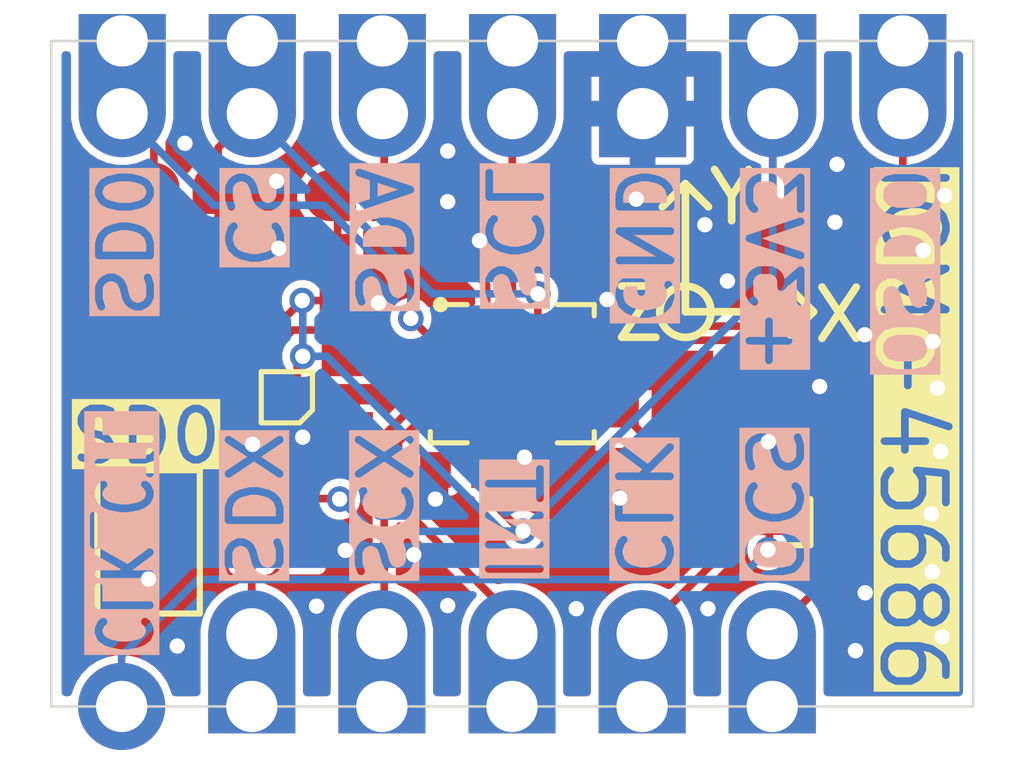
<source format=kicad_pcb>
(kicad_pcb (version 20241229) (generator "pcbnew") (generator_version "9.0")
  (layers (0 "F.Cu" signal) (2 "B.Cu" signal) (13 "F.Paste" user) (15 "B.Paste" user) (5 "F.SilkS" user "F.Silkscreen") (7 "B.SilkS" user "B.Silkscreen") (1 "F.Mask" user) (3 "B.Mask" user) (25 "Edge.Cuts" user))
  (net 0 "")
  (net 1 "+3V3")
  (net 2 "GND")
  (net 3 "CS")
  (net 4 "SD0")
  (net 5 "SCL")
  (net 6 "SDA")
  (net 7 "CLK_CTL")
  (net 8 "OCS")
  (net 9 "INT1")
  (net 10 "CLK")
  (net 11 "SDX")
  (net 12 "SCX")
  (net 13 "OSDO")
  (net 15 "Net-(JP1-B)")
  (net 16 "Net-(JP2-B)")
  (net 17 "Net-(JP3-B)")
  (net 18 "Net-(JP4-B)")
  (footprint "Mumo Footprints:C_0402" (layer "F.Cu") (at 211.12 108.55 -90)
    (property "Reference" "C1" (hide yes))
    (property "Value" "100nF" (hide yes))
    (pad "1" smd rect (at -0.5 0 270) (size 0.6 0.7) (layers "F.Cu" "F.Mask" "F.Paste") (net 1 "+3V3"))
    (pad "2" smd rect (at 0.5 0 270) (size 0.6 0.7) (layers "F.Cu" "F.Mask" "F.Paste") (net 2 "GND"))
  )
  (footprint "Mumo Footprints:IMU" (layer "F.Cu") (at 209 107.3)
    (property "Reference" "U2" (hide yes))
    (property "Value" "ICM45686" (hide yes))
    (fp_line (start -1.6 1.35) (end -1.6 1.13) (stroke (width 0.1)) (layer "F.SilkS"))
    (fp_line (start -1.6 1.35) (end -0.88 1.35) (stroke (width 0.1)) (layer "F.SilkS"))
    (fp_line (start -1.4 -1.35) (end -0.88 -1.35) (stroke (width 0.1)) (layer "F.SilkS"))
    (fp_line (start 0.88 -1.35) (end 1.6 -1.35) (stroke (width 0.1)) (layer "F.SilkS"))
    (fp_line (start 1.6 -1.35) (end 1.6 -1.13) (stroke (width 0.1)) (layer "F.SilkS"))
    (fp_line (start 1.6 1.13) (end 1.6 1.35) (stroke (width 0.1)) (layer "F.SilkS"))
    (fp_line (start 1.6 1.35) (end 0.88 1.35) (stroke (width 0.1)) (layer "F.SilkS"))
    (fp_circle (center -1.4 -1.35) (end -1.3 -1.35) (stroke (width 0.1)) (fill yes) (layer "F.SilkS"))
    (pad "1" smd rect (at -1.1625 -0.75) (size 0.475 0.25) (layers "F.Cu" "F.Mask" "F.Paste") (net 4 "SD0"))
    (pad "2" smd rect (at -1.1625 -0.25) (size 0.475 0.25) (layers "F.Cu" "F.Mask" "F.Paste") (net 11 "SDX"))
    (pad "3" smd rect (at -1.1625 0.25) (size 0.475 0.25) (layers "F.Cu" "F.Mask" "F.Paste") (net 12 "SCX"))
    (pad "4" smd rect (at -1.1625 0.75) (size 0.475 0.25) (layers "F.Cu" "F.Mask" "F.Paste") (net 9 "INT1"))
    (pad "5" smd rect (at -0.5 0.9125) (size 0.25 0.475) (layers "F.Cu" "F.Mask" "F.Paste") (net 1 "+3V3"))
    (pad "6" smd rect (at 0 0.9125) (size 0.25 0.475) (layers "F.Cu" "F.Mask" "F.Paste") (net 2 "GND"))
    (pad "7" smd rect (at 0.5 0.9125) (size 0.25 0.475) (layers "F.Cu" "F.Mask" "F.Paste"))
    (pad "8" smd rect (at 1.1625 0.75) (size 0.475 0.25) (layers "F.Cu" "F.Mask" "F.Paste") (net 1 "+3V3"))
    (pad "9" smd rect (at 1.1625 0.25) (size 0.475 0.25) (layers "F.Cu" "F.Mask" "F.Paste") (net 10 "CLK"))
    (pad "10" smd rect (at 1.1625 -0.25) (size 0.475 0.25) (layers "F.Cu" "F.Mask" "F.Paste") (net 8 "OCS"))
    (pad "11" smd rect (at 1.1625 -0.75) (size 0.475 0.25) (layers "F.Cu" "F.Mask" "F.Paste") (net 13 "OSDO"))
    (pad "12" smd rect (at 0.5 -0.9125) (size 0.25 0.475) (layers "F.Cu" "F.Mask" "F.Paste") (net 3 "CS"))
    (pad "13" smd rect (at 0 -0.9125) (size 0.25 0.475) (layers "F.Cu" "F.Mask" "F.Paste") (net 5 "SCL"))
    (pad "14" smd rect (at -0.5 -0.9125) (size 0.25 0.475) (layers "F.Cu" "F.Mask" "F.Paste") (net 6 "SDA"))
    (zone (net 0) (net_name "") (layer "F.Cu") (connect_pads (clearance 0)) (min_thickness 0.25)
      (keepout (tracks allowed) (vias allowed) (pads allowed) (copperpour not_allowed) (footprints allowed))
      (fill (thermal_gap 0.5) (thermal_bridge_width 0.5))
      (polygon (pts (xy 210.55 106) (xy 210.55 108.6) (xy 207.45 108.6) (xy 207.45 106)))
    )
  )
  (footprint "Mumo Footprints:R_0402" (layer "F.Cu") (at 202.015 106.54 90)
    (property "Reference" "R6" (hide yes))
    (property "Value" "4k7" (hide yes))
    (pad "1" smd rect (at -0.5 0 90) (size 0.6 0.7) (layers "F.Cu" "F.Mask" "F.Paste") (net 1 "+3V3"))
    (pad "2" smd rect (at 0.5 0 90) (size 0.6 0.7) (layers "F.Cu" "F.Mask" "F.Paste") (net 18 "Net-(JP4-B)"))
  )
  (footprint "Mumo Footprints:R_0402" (layer "F.Cu") (at 204.41 110.72 180)
    (property "Reference" "R2" (hide yes))
    (property "Value" "10k" (hide yes))
    (pad "1" smd rect (at -0.5 0 180) (size 0.6 0.7) (layers "F.Cu" "F.Mask" "F.Paste") (net 1 "+3V3"))
    (pad "2" smd rect (at 0.5 0 180) (size 0.6 0.7) (layers "F.Cu" "F.Mask" "F.Paste") (net 11 "SDX"))
  )
  (footprint "Mumo Footprints:JMP_CLSD" (layer "F.Cu") (at 209.4 103.82)
    (property "Reference" "JP1" (hide yes))
    (property "Value" "JMP" (hide yes))
    (fp_poly (pts (xy -0.25 -0.075) (xy 0.25 -0.075) (xy 0.25 0.075) (xy -0.25 0.075)) (fill yes) (layer "F.Cu"))
    (pad "1" smd oval (at -0.65 0) (size 1 1) (layers "F.Cu" "F.Mask") (net 5 "SCL"))
    (pad "1" smd rect (at -0.4 0) (size 0.5 1) (layers "F.Cu" "F.Mask") (net 5 "SCL"))
    (pad "2" smd rect (at 0.4 0) (size 0.5 1) (layers "F.Cu" "F.Mask") (net 15 "Net-(JP1-B)"))
    (pad "2" smd oval (at 0.65 0) (size 1 1) (layers "F.Cu" "F.Mask") (net 15 "Net-(JP1-B)"))
  )
  (footprint "Mumo Footprints:R_0402" (layer "F.Cu") (at 204.41 109.74 180)
    (property "Reference" "R1" (hide yes))
    (property "Value" "10k" (hide yes))
    (pad "1" smd rect (at -0.5 0 180) (size 0.6 0.7) (layers "F.Cu" "F.Mask" "F.Paste") (net 1 "+3V3"))
    (pad "2" smd rect (at 0.5 0 180) (size 0.6 0.7) (layers "F.Cu" "F.Mask" "F.Paste") (net 12 "SCX"))
  )
  (footprint "Mumo Footprints:R_0402" (layer "F.Cu") (at 210.31 104.92 180)
    (property "Reference" "R3" (hide yes))
    (property "Value" "4k7" (hide yes))
    (pad "1" smd rect (at -0.5 0 180) (size 0.6 0.7) (layers "F.Cu" "F.Mask" "F.Paste") (net 1 "+3V3"))
    (pad "2" smd rect (at 0.5 0 180) (size 0.6 0.7) (layers "F.Cu" "F.Mask" "F.Paste") (net 15 "Net-(JP1-B)"))
  )
  (footprint "Mumo Footprints:JMP" (layer "F.Cu") (at 201.9 110.585 90)
    (property "Reference" "JP5" (hide yes))
    (property "Value" "SD0_JMP" (hide yes))
    (fp_line (start 1.4 -1) (end 1.4 1) (stroke (width 0.12)) (layer "F.SilkS"))
    (fp_line (start -1.4 -1) (end 1.4 -1) (stroke (width 0.12)) (layer "F.SilkS"))
    (fp_line (start 1.4 1) (end -1.4 1) (stroke (width 0.12)) (layer "F.SilkS"))
    (fp_line (start -1.4 1) (end -1.4 -1) (stroke (width 0.12)) (layer "F.SilkS"))
    (pad "1" smd custom (at -0.725 0 90) (size 0.3 0.3) (layers "F.Cu" "F.Mask") (net 2 "GND") (options (clearance outline) (anchor rect)) (primitives (gr_poly (pts (xy 1 0) (xy 0.5 0.75) (xy -0.5 0.75) (xy -0.5 -0.75) (xy 0.5 -0.75)) (width 0) (fill yes))))
    (pad "2" smd custom (at 0.725 0 90) (size 0.3 0.3) (layers "F.Cu" "F.Mask") (net 4 "SD0") (options (clearance outline) (anchor rect)) (primitives (gr_poly (pts (xy 0.5 0.75) (xy -0.65 0.75) (xy -0.15 0) (xy -0.65 -0.75) (xy 0.5 -0.75)) (width 0) (fill yes))))
  )
  (footprint "Mumo Footprints:JMP_CLSD" (layer "F.Cu") (at 206.1 103.82 180)
    (property "Reference" "JP2" (hide yes))
    (property "Value" "JMP" (hide yes))
    (fp_poly (pts (xy -0.25 -0.075) (xy 0.25 -0.075) (xy 0.25 0.075) (xy -0.25 0.075)) (fill yes) (layer "F.Cu"))
    (pad "1" smd oval (at -0.65 0 180) (size 1 1) (layers "F.Cu" "F.Mask") (net 6 "SDA"))
    (pad "1" smd rect (at -0.4 0 180) (size 0.5 1) (layers "F.Cu" "F.Mask") (net 6 "SDA"))
    (pad "2" smd rect (at 0.4 0 180) (size 0.5 1) (layers "F.Cu" "F.Mask") (net 16 "Net-(JP2-B)"))
    (pad "2" smd oval (at 0.65 0 180) (size 1 1) (layers "F.Cu" "F.Mask") (net 16 "Net-(JP2-B)"))
  )
  (footprint "Mumo Footprints:JMP_CLSD" (layer "F.Cu") (at 202.005 104.33 -90)
    (property "Reference" "JP4" (hide yes))
    (property "Value" "JMP" (hide yes))
    (fp_poly (pts (xy -0.25 -0.075) (xy 0.25 -0.075) (xy 0.25 0.075) (xy -0.25 0.075)) (fill yes) (layer "F.Cu"))
    (pad "1" smd oval (at -0.65 0 270) (size 1 1) (layers "F.Cu" "F.Mask") (net 4 "SD0"))
    (pad "1" smd rect (at -0.4 0 270) (size 0.5 1) (layers "F.Cu" "F.Mask") (net 4 "SD0"))
    (pad "2" smd rect (at 0.4 0 270) (size 0.5 1) (layers "F.Cu" "F.Mask") (net 18 "Net-(JP4-B)"))
    (pad "2" smd oval (at 0.65 0 270) (size 1 1) (layers "F.Cu" "F.Mask") (net 18 "Net-(JP4-B)"))
  )
  (footprint "Mumo Footprints:C_0603" (layer "F.Cu") (at 205.78 107.7 -90)
    (property "Reference" "C3" (hide yes))
    (property "Value" "2.2uF" (hide yes))
    (pad "1" smd rect (at -0.7 0 270) (size 0.7 1) (layers "F.Cu" "F.Mask" "F.Paste") (net 1 "+3V3"))
    (pad "2" smd rect (at 0.7 0 270) (size 0.7 1) (layers "F.Cu" "F.Mask" "F.Paste") (net 2 "GND"))
  )
  (footprint "Mumo Footprints:TopPins" (layer "F.Cu") (at 216.625 102.22 -90)
    (property "Reference" "J1" (hide yes))
    (property "Value" "Top_Pins" (hide yes))
    (pad "1" thru_hole rect (at -1.42 0 270) (size 1.9454 1.7) (drill 1 (offset 0.4473 0)) (layers "*.Cu" "*.Mask") (net 13 "OSDO"))
    (pad "1" thru_hole circle (at 0 0 270) (size 1.7 1.7) (drill 1) (layers "*.Cu" "*.Mask") (net 13 "OSDO"))
    (pad "2" thru_hole rect (at -1.42 2.54 270) (size 1.9454 1.7) (drill 1 (offset 0.4473 0)) (layers "*.Cu" "*.Mask") (net 1 "+3V3"))
    (pad "2" thru_hole oval (at 0 2.54 270) (size 1.7 1.7) (drill 1) (layers "*.Cu" "*.Mask") (net 1 "+3V3"))
    (pad "3" thru_hole rect (at -1.42 5.08 270) (size 1.9454 1.7) (drill 1 (offset 0.4473 0)) (layers "*.Cu" "*.Mask") (net 2 "GND"))
    (pad "3" thru_hole rect (at 0 5.08 270) (size 1.7 1.7) (drill 1) (layers "*.Cu" "*.Mask") (net 2 "GND"))
    (pad "4" thru_hole rect (at -1.42 7.62 270) (size 1.9454 1.7) (drill 1 (offset 0.4473 0)) (layers "*.Cu" "*.Mask") (net 5 "SCL"))
    (pad "4" thru_hole oval (at 0 7.62 270) (size 1.7 1.7) (drill 1) (layers "*.Cu" "*.Mask") (net 5 "SCL"))
    (pad "5" thru_hole rect (at -1.42 10.16 270) (size 1.9454 1.7) (drill 1 (offset 0.4473 0)) (layers "*.Cu" "*.Mask") (net 6 "SDA"))
    (pad "5" thru_hole oval (at 0 10.16 270) (size 1.7 1.7) (drill 1) (layers "*.Cu" "*.Mask") (net 6 "SDA"))
    (pad "6" thru_hole rect (at -1.42 12.7 270) (size 1.9454 1.7) (drill 1 (offset 0.4473 0)) (layers "*.Cu" "*.Mask") (net 3 "CS"))
    (pad "6" thru_hole oval (at 0 12.7 270) (size 1.7 1.7) (drill 1) (layers "*.Cu" "*.Mask") (net 3 "CS"))
    (pad "7" thru_hole rect (at -1.42 15.24 270) (size 1.9454 1.7) (drill 1 (offset 0.4473 0)) (layers "*.Cu" "*.Mask") (net 4 "SD0"))
    (pad "7" thru_hole oval (at 0 15.24 270) (size 1.7 1.7) (drill 1) (layers "*.Cu" "*.Mask") (net 4 "SD0"))
  )
  (footprint "Mumo Footprints:R_0402" (layer "F.Cu") (at 203.265 106.54 90)
    (property "Reference" "R5" (hide yes))
    (property "Value" "4k7" (hide yes))
    (pad "1" smd rect (at -0.5 0 90) (size 0.6 0.7) (layers "F.Cu" "F.Mask" "F.Paste") (net 1 "+3V3"))
    (pad "2" smd rect (at 0.5 0 90) (size 0.6 0.7) (layers "F.Cu" "F.Mask" "F.Paste") (net 17 "Net-(JP3-B)"))
  )
  (footprint "Mumo Footprints:C_0402" (layer "F.Cu") (at 208 109.18)
    (property "Reference" "C2" (hide yes))
    (property "Value" "100nF" (hide yes))
    (pad "1" smd rect (at -0.5 0) (size 0.6 0.7) (layers "F.Cu" "F.Mask" "F.Paste") (net 2 "GND"))
    (pad "2" smd rect (at 0.5 0) (size 0.6 0.7) (layers "F.Cu" "F.Mask" "F.Paste") (net 1 "+3V3"))
  )
  (footprint "Mumo Footprints:QMC6309" (layer "F.Cu") (at 204.6 107.76)
    (property "Reference" "U1" (hide yes))
    (property "Value" "QMC6309" (hide yes))
    (fp_line (start -0.5 -0.5) (end 0.5 -0.5) (stroke (width 0.1)) (layer "F.SilkS"))
    (fp_line (start -0.5 0.5) (end -0.5 -0.5) (stroke (width 0.1)) (layer "F.SilkS"))
    (fp_line (start 0.25 0.5) (end -0.5 0.5) (stroke (width 0.1)) (layer "F.SilkS"))
    (fp_line (start 0.5 -0.5) (end 0.5 0.25) (stroke (width 0.1)) (layer "F.SilkS"))
    (fp_line (start 0.5 0.25) (end 0.25 0.5) (stroke (width 0.1)) (layer "F.SilkS"))
    (pad "A1" smd circle (at 0.2 0.2) (size 0.2 0.2) (layers "F.Cu" "F.Mask" "F.Paste") (net 2 "GND"))
    (pad "A2" smd circle (at -0.2 0.2) (size 0.2 0.2) (layers "F.Cu" "F.Mask" "F.Paste") (net 12 "SCX"))
    (pad "B1" smd circle (at 0.2 -0.2) (size 0.2 0.2) (layers "F.Cu" "F.Mask" "F.Paste") (net 1 "+3V3"))
    (pad "B2" smd circle (at -0.2 -0.2) (size 0.2 0.2) (layers "F.Cu" "F.Mask" "F.Paste") (net 11 "SDX"))
    (zone (net 0) (net_name "") (layer "F.Cu") (connect_pads (clearance 0)) (min_thickness 0.25)
      (keepout (tracks allowed) (vias allowed) (pads allowed) (copperpour not_allowed) (footprints allowed))
      (fill (thermal_gap 0.5) (thermal_bridge_width 0.5))
      (polygon (pts (xy 204.05 107.21) (xy 205.15 107.21) (xy 205.15 108.31) (xy 204.05 108.31)))
    )
  )
  (footprint "Mumo Footprints:BottomPins" (layer "F.Cu") (at 214.075 112.38 -90)
    (property "Reference" "J2" (hide yes))
    (property "Value" "Bottom Pins" (hide yes))
    (pad "1" thru_hole circle (at 0 0 270) (size 1.7 1.7) (drill 1) (layers "*.Cu" "*.Mask") (net 8 "OCS"))
    (pad "1" thru_hole rect (at 1.42 0 270) (size 1.9454 1.7) (drill 1 (offset -0.4473 0)) (layers "*.Cu" "*.Mask") (net 8 "OCS"))
    (pad "2" thru_hole oval (at 0 2.54 270) (size 1.7 1.7) (drill 1) (layers "*.Cu" "*.Mask") (net 10 "CLK"))
    (pad "2" thru_hole rect (at 1.42 2.54 270) (size 1.9454 1.7) (drill 1 (offset -0.4473 0)) (layers "*.Cu" "*.Mask") (net 10 "CLK"))
    (pad "3" thru_hole oval (at 0 5.08 270) (size 1.7 1.7) (drill 1) (layers "*.Cu" "*.Mask") (net 9 "INT1"))
    (pad "3" thru_hole rect (at 1.42 5.08 270) (size 1.9454 1.7) (drill 1 (offset -0.4473 0)) (layers "*.Cu" "*.Mask") (net 9 "INT1"))
    (pad "4" thru_hole oval (at 0 7.62 270) (size 1.7 1.7) (drill 1) (layers "*.Cu" "*.Mask") (net 12 "SCX"))
    (pad "4" thru_hole rect (at 1.42 7.62 270) (size 1.9454 1.7) (drill 1 (offset -0.4473 0)) (layers "*.Cu" "*.Mask") (net 12 "SCX"))
    (pad "5" thru_hole oval (at 0 10.16 270) (size 1.7 1.7) (drill 1) (layers "*.Cu" "*.Mask") (net 11 "SDX"))
    (pad "5" thru_hole rect (at 1.42 10.16 270) (size 1.9454 1.7) (drill 1 (offset -0.4473 0)) (layers "*.Cu" "*.Mask") (net 11 "SDX"))
    (pad "6" thru_hole oval (at 1.42 12.7 270) (size 1.7 1.7) (drill 1) (layers "*.Cu" "*.Mask") (net 7 "CLK_CTL"))
  )
  (footprint "Mumo Footprints:CLK" (layer "F.Cu") (at 213.17 108.65 90)
    (property "Reference" "U3" (hide yes))
    (property "Value" "1532H" (hide yes))
    (fp_line (start -2 0.85) (end -2 1.65) (stroke (width 0.12)) (layer "F.SilkS"))
    (fp_line (start -2 1.65) (end -1.1 1.65) (stroke (width 0.12)) (layer "F.SilkS"))
    (pad "1" smd rect (at -1.1 0.85 90) (size 1.4 1.2) (layers "F.Cu" "F.Mask" "F.Paste") (net 7 "CLK_CTL"))
    (pad "2" smd rect (at 1.1 0.85 90) (size 1.4 1.2) (layers "F.Cu" "F.Mask" "F.Paste") (net 2 "GND"))
    (pad "3" smd rect (at 1.1 -0.85 90) (size 1.4 1.2) (layers "F.Cu" "F.Mask" "F.Paste") (net 10 "CLK"))
    (pad "4" smd rect (at -1.1 -0.85 90) (size 1.4 1.2) (layers "F.Cu" "F.Mask" "F.Paste") (net 1 "+3V3"))
  )
  (footprint "Mumo Footprints:JMP_CLSD" (layer "F.Cu") (at 203.26 104.33 -90)
    (property "Reference" "JP3" (hide yes))
    (property "Value" "JMP" (hide yes))
    (fp_poly (pts (xy -0.25 -0.075) (xy 0.25 -0.075) (xy 0.25 0.075) (xy -0.25 0.075)) (fill yes) (layer "F.Cu"))
    (pad "1" smd oval (at -0.65 0 270) (size 1 1) (layers "F.Cu" "F.Mask") (net 3 "CS"))
    (pad "1" smd rect (at -0.4 0 270) (size 0.5 1) (layers "F.Cu" "F.Mask") (net 3 "CS"))
    (pad "2" smd rect (at 0.4 0 270) (size 0.5 1) (layers "F.Cu" "F.Mask") (net 17 "Net-(JP3-B)"))
    (pad "2" smd oval (at 0.65 0 270) (size 1 1) (layers "F.Cu" "F.Mask") (net 17 "Net-(JP3-B)"))
  )
  (footprint "Mumo Footprints:R_0402" (layer "F.Cu") (at 205.59 105.37 90)
    (property "Reference" "R4" (hide yes))
    (property "Value" "4k7" (hide yes))
    (pad "1" smd rect (at -0.5 0 90) (size 0.6 0.7) (layers "F.Cu" "F.Mask" "F.Paste") (net 1 "+3V3"))
    (pad "2" smd rect (at 0.5 0 90) (size 0.6 0.7) (layers "F.Cu" "F.Mask" "F.Paste") (net 16 "Net-(JP2-B)"))
  )
  (footprint "LOGO" (layer "B.Cu") (at 208.982882 107.303603 180)
    (property "Reference" "G***" (hide yes))
    (property "Value" "LOGO" (hide yes))
  )
  (gr_line (start 212.38 103.59) (end 212.83 104.04) (stroke (width 0.15)) (layer "F.SilkS"))
  (gr_line (start 214.88 106.09) (end 212.38 106.09) (stroke (width 0.15)) (layer "F.SilkS"))
  (gr_line (start 212.38 106.09) (end 212.38 103.59) (stroke (width 0.15)) (layer "F.SilkS"))
  (gr_line (start 212.38 103.59) (end 211.93 104.04) (stroke (width 0.15)) (layer "F.SilkS"))
  (gr_line (start 214.88 106.09) (end 214.43 106.54) (stroke (width 0.15)) (layer "F.SilkS"))
  (gr_line (start 214.88 106.09) (end 214.43 105.64) (stroke (width 0.15)) (layer "F.SilkS"))
  (gr_circle (center 212.38 106.09) (end 212.88 106.09) (stroke (width 0.15)) (fill no) (layer "F.SilkS"))
  (gr_rect (start 200 100.8) (end 218 113.8) (stroke (width 0.05)) (fill no) (layer "Edge.Cuts"))
  (gr_text "Y" (at 212.755 104.44 0) (layer "F.SilkS") (effects (font (size 1 1)) (justify left bottom)))
  (gr_text "ICM-45686" (at 216.11 103.09 270) (layer "F.SilkS" knockout) (effects (font (size 1.2 1.2)) (justify left bottom)))
  (gr_text "Z" (at 210.894981 106.717528 0) (layer "F.SilkS") (effects (font (size 1 1)) (justify left bottom)))
  (gr_text "SD0" (at 200.3 109.11 0) (layer "F.SilkS" knockout) (effects (font (size 1 1)) (justify left bottom)))
  (gr_text "X" (at 214.805608 106.73886 0) (layer "F.SilkS") (effects (font (size 1 1)) (justify left bottom)))
  (gr_text "SCL\n" (at 209.005 106.136905 270) (layer "B.SilkS" knockout) (effects (font (size 1 1)) (justify left mirror)))
  (gr_text "INT" (at 208.995 111.45 270) (layer "B.SilkS" knockout) (effects (font (size 1 1)) (justify left mirror)))
  (gr_text "CS" (at 203.925 105.327381 270) (layer "B.SilkS" knockout) (effects (font (size 1 1)) (justify left mirror)))
  (gr_text "GND\n" (at 211.545 106.422619 270) (layer "B.SilkS" knockout) (effects (font (size 1 1)) (justify left mirror)))
  (gr_text "+3V3" (at 214.085 107.375 270) (layer "B.SilkS" knockout) (effects (font (size 1 1)) (justify left mirror)))
  (gr_text "OSDO" (at 216.625 107.422619 270) (layer "B.SilkS" knockout) (effects (font (size 1 1)) (justify left mirror)))
  (gr_text "SD0" (at 201.385 106.279762 270) (layer "B.SilkS" knockout) (effects (font (size 1 1)) (justify left mirror)))
  (gr_text "OCS" (at 214.075 111.45 270) (layer "B.SilkS" knockout) (effects (font (size 1 1)) (justify left mirror)))
  (gr_text "SCX" (at 206.455 111.45 270) (layer "B.SilkS" knockout) (effects (font (size 1 1)) (justify left mirror)))
  (gr_text "SDX" (at 203.915 111.45 270) (layer "B.SilkS" knockout) (effects (font (size 1 1)) (justify left mirror)))
  (gr_text "CLK" (at 211.535 111.45 270) (layer "B.SilkS" knockout) (effects (font (size 1 1)) (justify left mirror)))
  (gr_text "SDA" (at 206.465 106.184524 270) (layer "B.SilkS" knockout) (effects (font (size 1 1)) (justify left mirror)))
  (gr_text "CLK_CTL" (at 201.38 112.85 270) (layer "B.SilkS" knockout) (effects (font (size 1 0.75) (thickness 0.15) (bold yes)) (justify left mirror)))
  (segment (start 204.8 107.56) (end 204.8 107.07) (width 0.15) (layer "F.Cu") (net 1))
  (segment (start 204.8 107.56) (end 205.07 107.56) (width 0.15) (layer "F.Cu") (net 1))
  (segment (start 212.112548 110.375108) (end 209.21 110.375108) (width 0.15) (layer "F.Cu") (net 1))
  (segment (start 213.01 104.92) (end 210.81 104.92) (width 0.15) (layer "F.Cu") (net 1))
  (segment (start 204.8 107.07) (end 204.91 106.96) (width 0.15) (layer "F.Cu") (net 1))
  (segment (start 204.9 105.87) (end 203.73 107.04) (width 0.15) (layer "F.Cu") (net 1))
  (segment (start 205.07 107.56) (end 205.63 107) (width 0.15) (layer "F.Cu") (net 1))
  (segment (start 209.175108 110.375108) (end 208.5 109.7) (width 0.15) (layer "F.Cu") (net 1))
  (segment (start 203.265 107.04) (end 202.015 107.04) (width 0.15) (layer "F.Cu") (net 1))
  (segment (start 212.32 109.25) (end 212.32 109.75) (width 0.15) (layer "F.Cu") (net 1))
  (segment (start 208.5 108.2125) (end 208.5 109.18) (width 0.15) (layer "F.Cu") (net 1))
  (segment (start 214.085 102.22) (end 214.085 103.845) (width 0.15) (layer "F.Cu") (net 1))
  (segment (start 203.73 107.04) (end 203.265 107.04) (width 0.15) (layer "F.Cu") (net 1))
  (segment (start 204.91 109.74) (end 205.62 109.74) (width 0.15) (layer "F.Cu") (net 1))
  (segment (start 209.21 110.375108) (end 209.175108 110.375108) (width 0.15) (layer "F.Cu") (net 1))
  (segment (start 204.91 110.72) (end 204.91 109.74) (width 0.15) (layer "F.Cu") (net 1))
  (segment (start 210.1625 108.05) (end 211.12 108.05) (width 0.15) (layer "F.Cu") (net 1))
  (segment (start 211.794928 108.724928) (end 211.794928 109.204928) (width 0.15) (layer "F.Cu") (net 1))
  (segment (start 214.085 103.845) (end 213.01 104.92) (width 0.15) (layer "F.Cu") (net 1))
  (segment (start 208.5 109.7) (end 208.5 109.18) (width 0.15) (layer "F.Cu") (net 1))
  (segment (start 204.9 105.87) (end 205.59 105.87) (width 0.15) (layer "F.Cu") (net 1))
  (segment (start 211.12 108.05) (end 211.794928 108.724928) (width 0.15) (layer "F.Cu") (net 1))
  (segment (start 205.63 107) (end 205.78 107) (width 0.15) (layer "F.Cu") (net 1))
  (segment (start 205.62 109.74) (end 205.63 109.75) (width 0.15) (layer "F.Cu") (net 1))
  (via (at 204.91 106.96) (size 0.5) (drill 0.3) (layers "F.Cu" "B.Cu") (net 1))
  (via (at 204.9 105.87) (size 0.5) (drill 0.3) (layers "F.Cu" "B.Cu") (net 1))
  (via (at 209.21 110.375108) (size 0.5) (drill 0.3) (layers "F.Cu" "B.Cu") (net 1))
  (via (at 205.63 109.75) (size 0.5) (drill 0.3) (layers "F.Cu" "B.Cu") (net 1))
  (segment (start 206.26 110.38) (end 209.205108 110.38) (width 0.15) (layer "B.Cu") (net 1))
  (segment (start 205.63 109.75) (end 206.26 110.38) (width 0.15) (layer "B.Cu") (net 1))
  (segment (start 205.38 106.96) (end 204.91 106.96) (width 0.15) (layer "B.Cu") (net 1))
  (segment (start 204.91 106.96) (end 204.91 105.88) (width 0.15) (layer "B.Cu") (net 1))
  (segment (start 208.795108 110.375108) (end 205.38 106.96) (width 0.15) (layer "B.Cu") (net 1))
  (segment (start 209.205108 110.38) (end 209.21 110.375108) (width 0.15) (layer "B.Cu") (net 1))
  (segment (start 214.085 105.495) (end 214.085 102.22) (width 0.15) (layer "B.Cu") (net 1))
  (segment (start 209.21 110.375108) (end 209.21 110.37) (width 0.15) (layer "B.Cu") (net 1))
  (segment (start 209.21 110.375108) (end 208.795108 110.375108) (width 0.15) (layer "B.Cu") (net 1))
  (segment (start 209.21 110.37) (end 214.085 105.495) (width 0.15) (layer "B.Cu") (net 1))
  (segment (start 204.91 105.88) (end 204.9 105.87) (width 0.15) (layer "B.Cu") (net 1))
  (segment (start 205.19 107.96) (end 205.63 108.4) (width 0.15) (layer "F.Cu") (net 2))
  (segment (start 205.63 108.4) (end 205.78 108.4) (width 0.15) (layer "F.Cu") (net 2))
  (segment (start 209 108.2125) (end 209 108.68) (width 0.15) (layer "F.Cu") (net 2))
  (segment (start 204.8 107.96) (end 205.19 107.96) (width 0.15) (layer "F.Cu") (net 2))
  (via (at 202.61 102.8) (size 0.5) (drill 0.3) (layers "F.Cu" "B.Cu") (net 2))
  (via (at 204.44 104.85) (size 0.5) (drill 0.3) (layers "F.Cu" "B.Cu") (net 2))
  (via (at 215.7 112.71) (size 0.5) (drill 0.3) (layers "F.Cu" "B.Cu") (net 2))
  (via (at 215.89 111.58) (size 0.5) (drill 0.3) (layers "F.Cu" "B.Cu") (net 2))
  (via (at 217.36 108.82) (size 0.5) (drill 0.3) (layers "F.Cu" "B.Cu") (net 2))
  (via (at 209.24 108.93) (size 0.5) (drill 0.3) (layers "F.Cu" "B.Cu") (net 2))
  (via (at 207.74 103.94) (size 0.5) (drill 0.3) (layers "F.Cu" "B.Cu") (net 2))
  (via (at 202.46 112.62) (size 0.5) (drill 0.3) (layers "F.Cu" "B.Cu") (net 2))
  (via (at 210.25 111.89) (size 0.5) (drill 0.3) (layers "F.Cu" "B.Cu") (net 2))
  (via (at 212.76 104.39) (size 0.5) (drill 0.3) (layers "F.Cu" "B.Cu") (net 2))
  (via (at 217.3 107.58) (size 0.5) (drill 0.3) (layers "F.Cu" "B.Cu") (net 2))
  (via (at 206.38946 105.91599) (size 0.5) (drill 0.3) (layers "F.Cu" "B.Cu") (net 2))
  (via (at 208.36 104.7) (size 0.5) (drill 0.3) (layers "F.Cu" "B.Cu") (net 2))
  (via (at 201.9 111.31) (size 0.5) (drill 0.3) (layers "F.Cu" "B.Cu") (net 2))
  (via (at 207.74 102.95) (size 0.5) (drill 0.3) (layers "F.Cu" "B.Cu") (net 2))
  (via (at 204.91 108.54) (size 0.5) (drill 0.3) (layers "F.Cu" "B.Cu") (net 2))
  (via (at 213.2 105.49) (size 0.5) (drill 0.3) (layers "F.Cu" "B.Cu") (net 2))
  (via (at 210.85 105.85) (size 0.5) (drill 0.3) (layers "F.Cu" "B.Cu") (net 2))
  (via (at 207.74 111.83) (size 0.5) (drill 0.3) (layers "F.Cu" "B.Cu") (net 2))
  (via (at 212.82 111.89) (size 0.5) (drill 0.3) (layers "F.Cu" "B.Cu") (net 2))
  (via (at 207.077519 110.836186) (size 0.5) (drill 0.3) (layers "F.Cu" "B.Cu") (net 2))
  (via (at 215.88 106.54) (size 0.5) (drill 0.3) (layers "F.Cu" "B.Cu") (net 2))
  (via (at 217.21 106.67) (size 0.5) (drill 0.3) (layers "F.Cu" "B.Cu") (net 2))
  (via (at 215.3 104.34) (size 0.5) (drill 0.3) (layers "F.Cu" "B.Cu") (net 2))
  (via (at 207.5 109.75) (size 0.5) (drill 0.3) (layers "F.Cu" "B.Cu") (net 2))
  (via (at 217.39 112.44) (size 0.5) (drill 0.3) (layers "F.Cu" "B.Cu") (net 2))
  (via (at 217.18 110.04) (size 0.5) (drill 0.3) (layers "F.Cu" "B.Cu") (net 2))
  (via (at 204.4 103.54) (size 0.5) (drill 0.3) (layers "F.Cu" "B.Cu") (net 2))
  (via (at 215 107.55) (size 0.5) (drill 0.3) (layers "F.Cu" "B.Cu") (net 2))
  (via (at 217.44 103.82) (size 0.5) (drill 0.3) (layers "F.Cu" "B.Cu") (net 2))
  (via (at 205.74 110.75) (size 0.5) (drill 0.3) (layers "F.Cu" "B.Cu") (net 2))
  (via (at 217.2 111.17) (size 0.5) (drill 0.3) (layers "F.Cu" "B.Cu") (net 2))
  (via (at 211.1 109.73) (size 0.5) (drill 0.3) (layers "F.Cu" "B.Cu") (net 2))
  (via (at 217.02 104.89) (size 0.5) (drill 0.3) (layers "F.Cu" "B.Cu") (net 2))
  (via (at 205.18 111.84) (size 0.5) (drill 0.3) (layers "F.Cu" "B.Cu") (net 2))
  (via (at 214 108.63) (size 0.5) (drill 0.3) (layers "F.Cu" "B.Cu") (net 2))
  (via (at 215.34 103.21) (size 0.5) (drill 0.3) (layers "F.Cu" "B.Cu") (net 2))
  (via (at 203.93 108.68) (size 0.5) (drill 0.3) (layers "F.Cu" "B.Cu") (net 2))
  (via (at 211.42 103.89) (size 0.5) (drill 0.3) (layers "F.Cu" "B.Cu") (net 2))
  (segment (start 203.26 102.885) (end 203.925 102.22) (width 0.15) (layer "F.Cu") (net 3))
  (segment (start 209.5 106.3875) (end 209.5 105.74) (width 0.15) (layer "F.Cu") (net 3))
  (segment (start 203.26 103.68) (end 203.26 102.885) (width 0.15) (layer "F.Cu") (net 3))
  (via (at 209.5 105.74) (size 0.5) (drill 0.3) (layers "F.Cu" "B.Cu") (net 3))
  (segment (start 207.445 105.74) (end 203.925 102.22) (width 0.15) (layer "B.Cu") (net 3))
  (segment (start 209.5 105.74) (end 207.445 105.74) (width 0.15) (layer "B.Cu") (net 3))
  (segment (start 202.005 103.68) (end 202.005 102.84) (width 0.15) (layer "F.Cu") (net 4))
  (segment (start 201.08 104.605) (end 201.08 109.27) (width 0.15) (layer "F.Cu") (net 4))
  (segment (start 201.755 103.93) (end 201.08 104.605) (width 0.15) (layer "F.Cu") (net 4))
  (segment (start 207.8375 106.55) (end 207.35 106.55) (width 0.15) (layer "F.Cu") (net 4))
  (segment (start 201.67 109.86) (end 201.9 109.86) (width 0.15) (layer "F.Cu") (net 4))
  (segment (start 202.005 103.93) (end 201.755 103.93) (width 0.15) (layer "F.Cu") (net 4))
  (segment (start 202.005 102.84) (end 201.385 102.22) (width 0.15) (layer "F.Cu") (net 4))
  (segment (start 201.08 109.27) (end 201.67 109.86) (width 0.15) (layer "F.Cu") (net 4))
  (segment (start 201.38 102.225) (end 201.385 102.22) (width 0.15) (layer "F.Cu") (net 4))
  (segment (start 207.35 106.55) (end 207.02 106.22) (width 0.15) (layer "F.Cu") (net 4))
  (via (at 207.02 106.22) (size 0.5) (drill 0.3) (layers "F.Cu" "B.Cu") (net 4))
  (segment (start 205.32 104.01) (end 207.02 105.71) (width 0.15) (layer "B.Cu") (net 4))
  (segment (start 201.385 102.22) (end 203.175 104.01) (width 0.15) (layer "B.Cu") (net 4))
  (segment (start 203.175 104.01) (end 205.32 104.01) (width 0.15) (layer "B.Cu") (net 4))
  (segment (start 207.02 105.71) (end 207.02 106.22) (width 0.15) (layer "B.Cu") (net 4))
  (segment (start 209 103.82) (end 209 102.225) (width 0.15) (layer "F.Cu") (net 5))
  (segment (start 209 106.3875) (end 209 103.82) (width 0.15) (layer "F.Cu") (net 5))
  (segment (start 209 102.225) (end 209.005 102.22) (width 0.15) (layer "F.Cu") (net 5))
  (segment (start 208.5 105.57) (end 206.75 103.82) (width 0.15) (layer "F.Cu") (net 6))
  (segment (start 206.5 103.82) (end 206.5 102.255) (width 0.15) (layer "F.Cu") (net 6))
  (segment (start 206.5 102.255) (end 206.465 102.22) (width 0.15) (layer "F.Cu") (net 6))
  (segment (start 208.5 106.3875) (end 208.5 105.57) (width 0.15) (layer "F.Cu") (net 6))
  (segment (start 214.02 109.75) (end 214.02 110.71) (width 0.15) (layer "F.Cu") (net 7))
  (segment (start 214.02 110.71) (end 213.99 110.74) (width 0.15) (layer "F.Cu") (net 7))
  (via (at 213.99 110.74) (size 0.5) (drill 0.3) (layers "F.Cu" "B.Cu") (net 7))
  (segment (start 202.86 111.32) (end 213.41 111.32) (width 0.15) (layer "B.Cu") (net 7))
  (segment (start 213.41 111.32) (end 213.99 110.74) (width 0.15) (layer "B.Cu") (net 7))
  (segment (start 201.375 112.805) (end 202.86 111.32) (width 0.15) (layer "B.Cu") (net 7))
  (segment (start 201.375 113.524) (end 201.375 112.805) (width 0.15) (layer "B.Cu") (net 7))
  (segment (start 215.99 107.814) (end 215.99 110.48) (width 0.15) (layer "F.Cu") (net 8))
  (segment (start 214.823 106.647) (end 215.99 107.814) (width 0.15) (layer "F.Cu") (net 8))
  (segment (start 210.1625 107.05) (end 211.19 107.05) (width 0.15) (layer "F.Cu") (net 8))
  (segment (start 215.99 110.48) (end 215.975 110.48) (width 0.15) (layer "F.Cu") (net 8))
  (segment (start 211.19 107.05) (end 211.593 106.647) (width 0.15) (layer "F.Cu") (net 8))
  (segment (start 211.593 106.647) (end 214.823 106.647) (width 0.15) (layer "F.Cu") (net 8))
  (segment (start 215.975 110.48) (end 214.075 112.38) (width 0.15) (layer "F.Cu") (net 8))
  (segment (start 207.8375 108.05) (end 207.36 108.05) (width 0.15) (layer "F.Cu") (net 9))
  (segment (start 206.78 108.63) (end 206.78 109.83) (width 0.15) (layer "F.Cu") (net 9))
  (segment (start 207.36 108.05) (end 206.78 108.63) (width 0.15) (layer "F.Cu") (net 9))
  (segment (start 206.78 109.83) (end 208.995 112.045) (width 0.15) (layer "F.Cu") (net 9))
  (segment (start 208.995 112.045) (end 208.995 112.38) (width 0.15) (layer "F.Cu") (net 9))
  (segment (start 210.1625 107.55) (end 210.1655 107.547) (width 0.15) (layer "F.Cu") (net 10))
  (segment (start 212.317 107.547) (end 212.32 107.55) (width 0.15) (layer "F.Cu") (net 10))
  (segment (start 212.32 107.69) (end 213.123 108.493) (width 0.15) (layer "F.Cu") (net 10))
  (segment (start 213.123 110.792) (end 211.535 112.38) (width 0.15) (layer "F.Cu") (net 10))
  (segment (start 213.123 108.493) (end 213.123 110.792) (width 0.15) (layer "F.Cu") (net 10))
  (segment (start 212.32 107.55) (end 212.32 107.69) (width 0.15) (layer "F.Cu") (net 10))
  (segment (start 210.1655 107.547) (end 212.317 107.547) (width 0.15) (layer "F.Cu") (net 10))
  (segment (start 204.714738 106.447) (end 204.4 106.761738) (width 0.15) (layer "F.Cu") (net 11))
  (segment (start 207.8375 107.05) (end 206.977537 107.05) (width 0.15) (layer "F.Cu") (net 11))
  (segment (start 203.407 110.217) (end 203.91 110.72) (width 0.15) (layer "F.Cu") (net 11))
  (segment (start 203.407 108.193) (end 203.407 110.217) (width 0.15) (layer "F.Cu") (net 11))
  (segment (start 206.977537 107.05) (end 206.374537 106.447) (width 0.15) (layer "F.Cu") (net 11))
  (segment (start 204.04 107.56) (end 203.407 108.193) (width 0.15) (layer "F.Cu") (net 11))
  (segment (start 203.915 112.38) (end 203.915 110.725) (width 0.15) (layer "F.Cu") (net 11))
  (segment (start 204.4 107.56) (end 204.04 107.56) (width 0.15) (layer "F.Cu") (net 11))
  (segment (start 206.374537 106.447) (end 204.714738 106.447) (width 0.15) (layer "F.Cu") (net 11))
  (segment (start 204.4 106.761738) (end 204.4 107.56) (width 0.15) (layer "F.Cu") (net 11))
  (segment (start 203.915 110.725) (end 203.91 110.72) (width 0.15) (layer "F.Cu") (net 11))
  (segment (start 204.6 109.04) (end 206.49 109.04) (width 0.15) (layer "F.Cu") (net 12))
  (segment (start 203.91 109.74) (end 203.91 109.73) (width 0.15) (layer "F.Cu") (net 12))
  (segment (start 204.4 108.84) (end 204.4 107.96) (width 0.15) (layer "F.Cu") (net 12))
  (segment (start 207.8375 107.55) (end 207.45 107.55) (width 0.15) (layer "F.Cu") (net 12))
  (segment (start 206.5 109.03) (end 206.5 112.335) (width 0.15) (layer "F.Cu") (net 12))
  (segment (start 206.5 108.5) (end 206.5 109.03) (width 0.15) (layer "F.Cu") (net 12))
  (segment (start 204.6 109.04) (end 204.4 108.84) (width 0.15) (layer "F.Cu") (net 12))
  (segment (start 203.91 109.73) (end 204.6 109.04) (width 0.15) (layer "F.Cu") (net 12))
  (segment (start 206.49 109.04) (end 206.5 109.03) (width 0.15) (layer "F.Cu") (net 12))
  (segment (start 207.45 107.55) (end 206.5 108.5) (width 0.15) (layer "F.Cu") (net 12))
  (segment (start 206.5 112.335) (end 206.455 112.38) (width 0.15) (layer "F.Cu") (net 12))
  (segment (start 211.26 106.55) (end 211.44 106.37) (width 0.15) (layer "F.Cu") (net 13))
  (segment (start 214.81 106.37) (end 216.625 104.555) (width 0.15) (layer "F.Cu") (net 13))
  (segment (start 216.625 104.555) (end 216.625 102.22) (width 0.15) (layer "F.Cu") (net 13))
  (segment (start 211.44 106.37) (end 214.81 106.37) (width 0.15) (layer "F.Cu") (net 13))
  (segment (start 210.1625 106.55) (end 211.26 106.55) (width 0.15) (layer "F.Cu") (net 13))
  (segment (start 209.81 103.83) (end 209.8 103.82) (width 0.15) (layer "F.Cu") (net 15))
  (segment (start 209.81 104.92) (end 209.81 103.83) (width 0.15) (layer "F.Cu") (net 15))
  (segment (start 205.59 103.93) (end 205.7 103.82) (width 0.15) (layer "F.Cu") (net 16))
  (segment (start 205.59 104.87) (end 205.59 103.93) (width 0.15) (layer "F.Cu") (net 16))
  (segment (start 203.265 106.04) (end 203.265 104.985) (width 0.15) (layer "F.Cu") (net 17))
  (segment (start 203.265 104.985) (end 203.26 104.98) (width 0.15) (layer "F.Cu") (net 17))
  (segment (start 202.015 106.04) (end 202.015 104.99) (width 0.15) (layer "F.Cu") (net 18))
  (segment (start 202.015 104.99) (end 202.005 104.98) (width 0.15) (layer "F.Cu") (net 18))
  (zone (net 2) (net_name "GND") (layers "F.Cu" "B.Cu") (connect_pads (clearance 0.15)) (min_thickness 0.15) (fill yes (thermal_gap 0.15) (thermal_bridge_width 0.5))
    (polygon (pts (xy 199 100) (xy 219 100) (xy 219 115) (xy 199 115)))
  )
)
</source>
